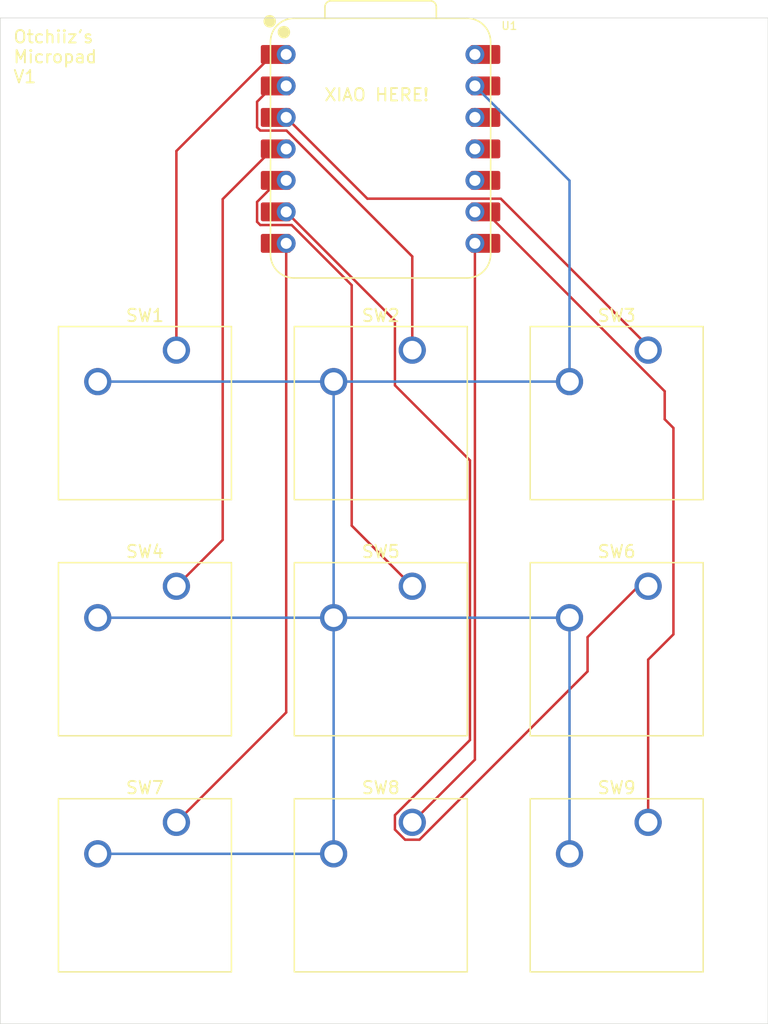
<source format=kicad_pcb>
(kicad_pcb (version 20241229) (generator "pcbnew") (generator_version "9.0")
  (layers (0 "F.Cu" signal) (2 "B.Cu" signal) (13 "F.Paste" user) (15 "B.Paste" user) (5 "F.SilkS" user "F.Silkscreen") (7 "B.SilkS" user "B.Silkscreen") (1 "F.Mask" user) (3 "B.Mask" user) (25 "Edge.Cuts" user))
  (net 0 "")
  (net 1 "Net-(U1-GPIO26{slash}ADC0{slash}A0)")
  (net 2 "Net-(U1-GPIO28{slash}ADC2{slash}A2)")
  (net 5 "GND")
  (net 7 "+5V")
  (net 8 "Net-(U1-GPIO27{slash}ADC1{slash}A1)")
  (net 9 "Net-(U1-GPIO29{slash}ADC3{slash}A3)")
  (net 10 "Net-(U1-GPIO6{slash}SDA)")
  (net 11 "Net-(U1-GPIO7{slash}SCL)")
  (net 12 "Net-(U1-GPIO0{slash}TX)")
  (net 13 "Net-(U1-GPIO1{slash}RX)")
  (net 14 "Net-(U1-GPIO2{slash}SCK)")
  (footprint "Button_Switch_Keyboard:SW_Cherry_MX_1.00u_PCB" (layer "F.Cu") (at 157.32125 80.645)
    (property "Reference" "SW3" (at -2.54 -2.794 0) (layer "F.SilkS"))
    (property "Value" "SW_Push")
    (fp_line (start -9.525 -1.905) (end 4.445 -1.905) (stroke (width 0.12)) (layer "F.SilkS"))
    (fp_line (start -9.525 12.065) (end -9.525 -1.905) (stroke (width 0.12)) (layer "F.SilkS"))
    (fp_line (start 4.445 -1.905) (end 4.445 12.065) (stroke (width 0.12)) (layer "F.SilkS"))
    (fp_line (start 4.445 12.065) (end -9.525 12.065) (stroke (width 0.12)) (layer "F.SilkS"))
    (pad "" np_thru_hole circle (at -7.62 5.08) (size 1.7 1.7) (drill 1.7) (layers "*.Cu" "*.Mask"))
    (pad "" np_thru_hole circle (at -2.54 5.08) (size 4 4) (drill 4) (layers "*.Cu" "*.Mask"))
    (pad "" np_thru_hole circle (at 2.54 5.08) (size 1.7 1.7) (drill 1.7) (layers "*.Cu" "*.Mask"))
    (pad "1" thru_hole circle (at 0 0) (size 2.2 2.2) (drill 1.5) (layers "*.Cu" "*.Mask") (net 2 "Net-(U1-GPIO28{slash}ADC2{slash}A2)"))
    (pad "2" thru_hole circle (at -6.35 2.54) (size 2.2 2.2) (drill 1.5) (layers "*.Cu" "*.Mask") (net 5 "GND"))
  )
  (footprint "Button_Switch_Keyboard:SW_Cherry_MX_1.00u_PCB" (layer "F.Cu") (at 119.22125 99.695)
    (property "Reference" "SW4" (at -2.54 -2.794 0) (layer "F.SilkS"))
    (property "Value" "SW_Push")
    (fp_line (start -9.525 -1.905) (end 4.445 -1.905) (stroke (width 0.12)) (layer "F.SilkS"))
    (fp_line (start -9.525 12.065) (end -9.525 -1.905) (stroke (width 0.12)) (layer "F.SilkS"))
    (fp_line (start 4.445 -1.905) (end 4.445 12.065) (stroke (width 0.12)) (layer "F.SilkS"))
    (fp_line (start 4.445 12.065) (end -9.525 12.065) (stroke (width 0.12)) (layer "F.SilkS"))
    (pad "" np_thru_hole circle (at -7.62 5.08) (size 1.7 1.7) (drill 1.7) (layers "*.Cu" "*.Mask"))
    (pad "" np_thru_hole circle (at -2.54 5.08) (size 4 4) (drill 4) (layers "*.Cu" "*.Mask"))
    (pad "" np_thru_hole circle (at 2.54 5.08) (size 1.7 1.7) (drill 1.7) (layers "*.Cu" "*.Mask"))
    (pad "1" thru_hole circle (at 0 0) (size 2.2 2.2) (drill 1.5) (layers "*.Cu" "*.Mask") (net 9 "Net-(U1-GPIO29{slash}ADC3{slash}A3)"))
    (pad "2" thru_hole circle (at -6.35 2.54) (size 2.2 2.2) (drill 1.5) (layers "*.Cu" "*.Mask") (net 5 "GND"))
  )
  (footprint "Button_Switch_Keyboard:SW_Cherry_MX_1.00u_PCB" (layer "F.Cu") (at 138.27125 118.745)
    (property "Reference" "SW8" (at -2.54 -2.794 0) (layer "F.SilkS"))
    (property "Value" "SW_Push")
    (fp_line (start -9.525 -1.905) (end 4.445 -1.905) (stroke (width 0.12)) (layer "F.SilkS"))
    (fp_line (start -9.525 12.065) (end -9.525 -1.905) (stroke (width 0.12)) (layer "F.SilkS"))
    (fp_line (start 4.445 -1.905) (end 4.445 12.065) (stroke (width 0.12)) (layer "F.SilkS"))
    (fp_line (start 4.445 12.065) (end -9.525 12.065) (stroke (width 0.12)) (layer "F.SilkS"))
    (pad "" np_thru_hole circle (at -7.62 5.08) (size 1.7 1.7) (drill 1.7) (layers "*.Cu" "*.Mask"))
    (pad "" np_thru_hole circle (at -2.54 5.08) (size 4 4) (drill 4) (layers "*.Cu" "*.Mask"))
    (pad "" np_thru_hole circle (at 2.54 5.08) (size 1.7 1.7) (drill 1.7) (layers "*.Cu" "*.Mask"))
    (pad "1" thru_hole circle (at 0 0) (size 2.2 2.2) (drill 1.5) (layers "*.Cu" "*.Mask") (net 13 "Net-(U1-GPIO1{slash}RX)"))
    (pad "2" thru_hole circle (at -6.35 2.54) (size 2.2 2.2) (drill 1.5) (layers "*.Cu" "*.Mask") (net 5 "GND"))
  )
  (footprint "Button_Switch_Keyboard:SW_Cherry_MX_1.00u_PCB" (layer "F.Cu") (at 119.22125 118.745)
    (property "Reference" "SW7" (at -2.54 -2.794 0) (layer "F.SilkS"))
    (property "Value" "SW_Push")
    (fp_line (start -9.525 -1.905) (end 4.445 -1.905) (stroke (width 0.12)) (layer "F.SilkS"))
    (fp_line (start -9.525 12.065) (end -9.525 -1.905) (stroke (width 0.12)) (layer "F.SilkS"))
    (fp_line (start 4.445 -1.905) (end 4.445 12.065) (stroke (width 0.12)) (layer "F.SilkS"))
    (fp_line (start 4.445 12.065) (end -9.525 12.065) (stroke (width 0.12)) (layer "F.SilkS"))
    (pad "" np_thru_hole circle (at -7.62 5.08) (size 1.7 1.7) (drill 1.7) (layers "*.Cu" "*.Mask"))
    (pad "" np_thru_hole circle (at -2.54 5.08) (size 4 4) (drill 4) (layers "*.Cu" "*.Mask"))
    (pad "" np_thru_hole circle (at 2.54 5.08) (size 1.7 1.7) (drill 1.7) (layers "*.Cu" "*.Mask"))
    (pad "1" thru_hole circle (at 0 0) (size 2.2 2.2) (drill 1.5) (layers "*.Cu" "*.Mask") (net 12 "Net-(U1-GPIO0{slash}TX)"))
    (pad "2" thru_hole circle (at -6.35 2.54) (size 2.2 2.2) (drill 1.5) (layers "*.Cu" "*.Mask") (net 5 "GND"))
  )
  (footprint "Button_Switch_Keyboard:SW_Cherry_MX_1.00u_PCB" (layer "F.Cu") (at 157.32125 118.745)
    (property "Reference" "SW9" (at -2.54 -2.794 0) (layer "F.SilkS"))
    (property "Value" "SW_Push")
    (fp_line (start -9.525 -1.905) (end 4.445 -1.905) (stroke (width 0.12)) (layer "F.SilkS"))
    (fp_line (start -9.525 12.065) (end -9.525 -1.905) (stroke (width 0.12)) (layer "F.SilkS"))
    (fp_line (start 4.445 -1.905) (end 4.445 12.065) (stroke (width 0.12)) (layer "F.SilkS"))
    (fp_line (start 4.445 12.065) (end -9.525 12.065) (stroke (width 0.12)) (layer "F.SilkS"))
    (pad "" np_thru_hole circle (at -7.62 5.08) (size 1.7 1.7) (drill 1.7) (layers "*.Cu" "*.Mask"))
    (pad "" np_thru_hole circle (at -2.54 5.08) (size 4 4) (drill 4) (layers "*.Cu" "*.Mask"))
    (pad "" np_thru_hole circle (at 2.54 5.08) (size 1.7 1.7) (drill 1.7) (layers "*.Cu" "*.Mask"))
    (pad "1" thru_hole circle (at 0 0) (size 2.2 2.2) (drill 1.5) (layers "*.Cu" "*.Mask") (net 14 "Net-(U1-GPIO2{slash}SCK)"))
    (pad "2" thru_hole circle (at -6.35 2.54) (size 2.2 2.2) (drill 1.5) (layers "*.Cu" "*.Mask") (net 5 "GND"))
  )
  (footprint "Button_Switch_Keyboard:SW_Cherry_MX_1.00u_PCB" (layer "F.Cu") (at 138.27125 99.695)
    (property "Reference" "SW5" (at -2.54 -2.794 0) (layer "F.SilkS"))
    (property "Value" "SW_Push")
    (fp_line (start -9.525 -1.905) (end 4.445 -1.905) (stroke (width 0.12)) (layer "F.SilkS"))
    (fp_line (start -9.525 12.065) (end -9.525 -1.905) (stroke (width 0.12)) (layer "F.SilkS"))
    (fp_line (start 4.445 -1.905) (end 4.445 12.065) (stroke (width 0.12)) (layer "F.SilkS"))
    (fp_line (start 4.445 12.065) (end -9.525 12.065) (stroke (width 0.12)) (layer "F.SilkS"))
    (pad "" np_thru_hole circle (at -7.62 5.08) (size 1.7 1.7) (drill 1.7) (layers "*.Cu" "*.Mask"))
    (pad "" np_thru_hole circle (at -2.54 5.08) (size 4 4) (drill 4) (layers "*.Cu" "*.Mask"))
    (pad "" np_thru_hole circle (at 2.54 5.08) (size 1.7 1.7) (drill 1.7) (layers "*.Cu" "*.Mask"))
    (pad "1" thru_hole circle (at 0 0) (size 2.2 2.2) (drill 1.5) (layers "*.Cu" "*.Mask") (net 10 "Net-(U1-GPIO6{slash}SDA)"))
    (pad "2" thru_hole circle (at -6.35 2.54) (size 2.2 2.2) (drill 1.5) (layers "*.Cu" "*.Mask") (net 5 "GND"))
  )
  (footprint "Button_Switch_Keyboard:SW_Cherry_MX_1.00u_PCB" (layer "F.Cu") (at 157.32125 99.695)
    (property "Reference" "SW6" (at -2.54 -2.794 0) (layer "F.SilkS"))
    (property "Value" "SW_Push")
    (fp_line (start -9.525 -1.905) (end 4.445 -1.905) (stroke (width 0.12)) (layer "F.SilkS"))
    (fp_line (start -9.525 12.065) (end -9.525 -1.905) (stroke (width 0.12)) (layer "F.SilkS"))
    (fp_line (start 4.445 -1.905) (end 4.445 12.065) (stroke (width 0.12)) (layer "F.SilkS"))
    (fp_line (start 4.445 12.065) (end -9.525 12.065) (stroke (width 0.12)) (layer "F.SilkS"))
    (pad "" np_thru_hole circle (at -7.62 5.08) (size 1.7 1.7) (drill 1.7) (layers "*.Cu" "*.Mask"))
    (pad "" np_thru_hole circle (at -2.54 5.08) (size 4 4) (drill 4) (layers "*.Cu" "*.Mask"))
    (pad "" np_thru_hole circle (at 2.54 5.08) (size 1.7 1.7) (drill 1.7) (layers "*.Cu" "*.Mask"))
    (pad "1" thru_hole circle (at 0 0) (size 2.2 2.2) (drill 1.5) (layers "*.Cu" "*.Mask") (net 11 "Net-(U1-GPIO7{slash}SCL)"))
    (pad "2" thru_hole circle (at -6.35 2.54) (size 2.2 2.2) (drill 1.5) (layers "*.Cu" "*.Mask") (net 5 "GND"))
  )
  (footprint "OPL:XIAO-RP2040-DIP" (layer "F.Cu") (at 135.71 64.4085)
    (property "Reference" "U1" (at 10.4 -9.9285 0) (layer "F.SilkS") (effects (font (size 0.635 0.635) (thickness 0.1016))))
    (property "Value" "XIAO-RP2040-DIP")
    (fp_line (start -8.89 8.509) (end -8.89 -8.636) (stroke (width 0.127)) (layer "F.SilkS"))
    (fp_line (start -6.985 10.414) (end 6.985 10.414) (stroke (width 0.127)) (layer "F.SilkS"))
    (fp_line (start -4.495 -10.541) (end -4.491272 -11.451272) (stroke (width 0.127)) (layer "F.SilkS"))
    (fp_line (start -3.991272 -11.951) (end 4.004 -11.951) (stroke (width 0.127)) (layer "F.SilkS"))
    (fp_line (start 4.504 -11.451) (end 4.504 -10.541) (stroke (width 0.127)) (layer "F.SilkS"))
    (fp_line (start 6.985 -10.541) (end -6.985 -10.541) (stroke (width 0.1)) (layer "F.SilkS"))
    (fp_line (start 6.985 -10.541) (end -6.985 -10.541) (stroke (width 0.127)) (layer "F.SilkS"))
    (fp_line (start 8.89 8.509) (end 8.89 -8.636) (stroke (width 0.127)) (layer "F.SilkS"))
    (fp_arc (start -8.89 -8.636) (mid -8.332038 -9.983038) (end -6.985 -10.541) (stroke (width 0.127)) (layer "F.SilkS"))
    (fp_arc (start -6.985 10.414) (mid -8.332038 9.856038) (end -8.89 8.509) (stroke (width 0.127)) (layer "F.SilkS"))
    (fp_arc (start -4.491272 -11.451272) (mid -4.344728 -11.80464) (end -3.991272 -11.951) (stroke (width 0.127)) (layer "F.SilkS"))
    (fp_arc (start 4.004 -11.951) (mid 4.357553 -11.804553) (end 4.504 -11.451) (stroke (width 0.127)) (layer "F.SilkS"))
    (fp_arc (start 6.985 -10.541) (mid 8.332038 -9.983038) (end 8.89 -8.636) (stroke (width 0.127)) (layer "F.SilkS"))
    (fp_arc (start 8.89 8.509) (mid 8.332038 9.856038) (end 6.985 10.414) (stroke (width 0.127)) (layer "F.SilkS"))
    (fp_circle (center -8.95 -10.3) (end -8.95 -10.554) (stroke (width 0.5)) (fill yes) (layer "F.SilkS"))
    (fp_circle (center -7.807 -9.42) (end -7.807 -9.674) (stroke (width 0.5)) (fill yes) (layer "F.SilkS"))
    (pad "1" smd roundrect (at -8.455 -7.62 180) (size 2.432 1.524) (layers "F.Cu" "F.Mask") (roundrect_rratio 0.1) (net 1 "Net-(U1-GPIO26{slash}ADC0{slash}A0)"))
    (pad "1" thru_hole circle (at -7.62 -7.62 180) (size 1.524 1.524) (drill 0.889) (layers "*.Cu" "*.Mask") (net 1 "Net-(U1-GPIO26{slash}ADC0{slash}A0)"))
    (pad "2" smd roundrect (at -8.455 -5.08 180) (size 2.432 1.524) (layers "F.Cu" "F.Mask") (roundrect_rratio 0.1) (net 8 "Net-(U1-GPIO27{slash}ADC1{slash}A1)"))
    (pad "2" thru_hole circle (at -7.62 -5.08 180) (size 1.524 1.524) (drill 0.889) (layers "*.Cu" "*.Mask") (net 8 "Net-(U1-GPIO27{slash}ADC1{slash}A1)"))
    (pad "3" smd roundrect (at -8.455 -2.54 180) (size 2.432 1.524) (layers "F.Cu" "F.Mask") (roundrect_rratio 0.1) (net 2 "Net-(U1-GPIO28{slash}ADC2{slash}A2)"))
    (pad "3" thru_hole circle (at -7.62 -2.54 180) (size 1.524 1.524) (drill 0.889) (layers "*.Cu" "*.Mask") (net 2 "Net-(U1-GPIO28{slash}ADC2{slash}A2)"))
    (pad "4" smd roundrect (at -8.455 0 180) (size 2.432 1.524) (layers "F.Cu" "F.Mask") (roundrect_rratio 0.1) (net 9 "Net-(U1-GPIO29{slash}ADC3{slash}A3)"))
    (pad "4" thru_hole circle (at -7.62 0 180) (size 1.524 1.524) (drill 0.889) (layers "*.Cu" "*.Mask") (net 9 "Net-(U1-GPIO29{slash}ADC3{slash}A3)"))
    (pad "5" smd roundrect (at -8.455 2.54 180) (size 2.432 1.524) (layers "F.Cu" "F.Mask") (roundrect_rratio 0.1) (net 10 "Net-(U1-GPIO6{slash}SDA)"))
    (pad "5" thru_hole circle (at -7.62 2.54 180) (size 1.524 1.524) (drill 0.889) (layers "*.Cu" "*.Mask") (net 10 "Net-(U1-GPIO6{slash}SDA)"))
    (pad "6" smd roundrect (at -8.455 5.08 180) (size 2.432 1.524) (layers "F.Cu" "F.Mask") (roundrect_rratio 0.1) (net 11 "Net-(U1-GPIO7{slash}SCL)"))
    (pad "6" thru_hole circle (at -7.62 5.08 180) (size 1.524 1.524) (drill 0.889) (layers "*.Cu" "*.Mask") (net 11 "Net-(U1-GPIO7{slash}SCL)"))
    (pad "7" smd roundrect (at -8.455 7.62 180) (size 2.432 1.524) (layers "F.Cu" "F.Mask") (roundrect_rratio 0.1) (net 12 "Net-(U1-GPIO0{slash}TX)"))
    (pad "7" thru_hole circle (at -7.62 7.62 180) (size 1.524 1.524) (drill 0.889) (layers "*.Cu" "*.Mask") (net 12 "Net-(U1-GPIO0{slash}TX)"))
    (pad "8" thru_hole circle (at 7.62 7.62) (size 1.524 1.524) (drill 0.889) (layers "*.Cu" "*.Mask") (net 13 "Net-(U1-GPIO1{slash}RX)"))
    (pad "8" smd roundrect (at 8.455 7.62) (size 2.432 1.524) (layers "F.Cu" "F.Mask") (roundrect_rratio 0.1) (net 13 "Net-(U1-GPIO1{slash}RX)"))
    (pad "9" thru_hole circle (at 7.62 5.08) (size 1.524 1.524) (drill 0.889) (layers "*.Cu" "*.Mask") (net 14 "Net-(U1-GPIO2{slash}SCK)"))
    (pad "9" smd roundrect (at 8.455 5.08) (size 2.432 1.524) (layers "F.Cu" "F.Mask") (roundrect_rratio 0.1) (net 14 "Net-(U1-GPIO2{slash}SCK)"))
    (pad "10" thru_hole circle (at 7.62 2.54) (size 1.524 1.524) (drill 0.889) (layers "*.Cu" "*.Mask"))
    (pad "10" smd roundrect (at 8.455 2.54) (size 2.432 1.524) (layers "F.Cu" "F.Mask") (roundrect_rratio 0.1))
    (pad "11" thru_hole circle (at 7.62 0) (size 1.524 1.524) (drill 0.889) (layers "*.Cu" "*.Mask"))
    (pad "11" smd roundrect (at 8.455 0) (size 2.432 1.524) (layers "F.Cu" "F.Mask") (roundrect_rratio 0.1))
    (pad "12" thru_hole circle (at 7.62 -2.54) (size 1.524 1.524) (drill 0.889) (layers "*.Cu" "*.Mask"))
    (pad "12" smd roundrect (at 8.455 -2.54) (size 2.432 1.524) (layers "F.Cu" "F.Mask") (roundrect_rratio 0.1))
    (pad "13" thru_hole circle (at 7.62 -5.08) (size 1.524 1.524) (drill 0.889) (layers "*.Cu" "*.Mask") (net 5 "GND"))
    (pad "13" smd roundrect (at 8.455 -5.08) (size 2.432 1.524) (layers "F.Cu" "F.Mask") (roundrect_rratio 0.1) (net 5 "GND"))
    (pad "14" thru_hole circle (at 7.62 -7.62) (size 1.524 1.524) (drill 0.889) (layers "*.Cu" "*.Mask") (net 7 "+5V"))
    (pad "14" smd roundrect (at 8.455 -7.62) (size 2.432 1.524) (layers "F.Cu" "F.Mask") (roundrect_rratio 0.1) (net 7 "+5V"))
  )
  (footprint "Button_Switch_Keyboard:SW_Cherry_MX_1.00u_PCB" (layer "F.Cu") (at 138.27125 80.645)
    (property "Reference" "SW2" (at -2.54 -2.794 0) (layer "F.SilkS"))
    (property "Value" "SW_Push")
    (fp_line (start -9.525 -1.905) (end 4.445 -1.905) (stroke (width 0.12)) (layer "F.SilkS"))
    (fp_line (start -9.525 12.065) (end -9.525 -1.905) (stroke (width 0.12)) (layer "F.SilkS"))
    (fp_line (start 4.445 -1.905) (end 4.445 12.065) (stroke (width 0.12)) (layer "F.SilkS"))
    (fp_line (start 4.445 12.065) (end -9.525 12.065) (stroke (width 0.12)) (layer "F.SilkS"))
    (pad "" np_thru_hole circle (at -7.62 5.08) (size 1.7 1.7) (drill 1.7) (layers "*.Cu" "*.Mask"))
    (pad "" np_thru_hole circle (at -2.54 5.08) (size 4 4) (drill 4) (layers "*.Cu" "*.Mask"))
    (pad "" np_thru_hole circle (at 2.54 5.08) (size 1.7 1.7) (drill 1.7) (layers "*.Cu" "*.Mask"))
    (pad "1" thru_hole circle (at 0 0) (size 2.2 2.2) (drill 1.5) (layers "*.Cu" "*.Mask") (net 8 "Net-(U1-GPIO27{slash}ADC1{slash}A1)"))
    (pad "2" thru_hole circle (at -6.35 2.54) (size 2.2 2.2) (drill 1.5) (layers "*.Cu" "*.Mask") (net 5 "GND"))
  )
  (footprint "Button_Switch_Keyboard:SW_Cherry_MX_1.00u_PCB" (layer "F.Cu") (at 119.22125 80.645)
    (property "Reference" "SW1" (at -2.54 -2.794 0) (layer "F.SilkS"))
    (property "Value" "SW_Push")
    (fp_line (start -9.525 -1.905) (end 4.445 -1.905) (stroke (width 0.12)) (layer "F.SilkS"))
    (fp_line (start -9.525 12.065) (end -9.525 -1.905) (stroke (width 0.12)) (layer "F.SilkS"))
    (fp_line (start 4.445 -1.905) (end 4.445 12.065) (stroke (width 0.12)) (layer "F.SilkS"))
    (fp_line (start 4.445 12.065) (end -9.525 12.065) (stroke (width 0.12)) (layer "F.SilkS"))
    (pad "" np_thru_hole circle (at -7.62 5.08) (size 1.7 1.7) (drill 1.7) (layers "*.Cu" "*.Mask"))
    (pad "" np_thru_hole circle (at -2.54 5.08) (size 4 4) (drill 4) (layers "*.Cu" "*.Mask"))
    (pad "" np_thru_hole circle (at 2.54 5.08) (size 1.7 1.7) (drill 1.7) (layers "*.Cu" "*.Mask"))
    (pad "1" thru_hole circle (at 0 0) (size 2.2 2.2) (drill 1.5) (layers "*.Cu" "*.Mask") (net 1 "Net-(U1-GPIO26{slash}ADC0{slash}A0)"))
    (pad "2" thru_hole circle (at -6.35 2.54) (size 2.2 2.2) (drill 1.5) (layers "*.Cu" "*.Mask") (net 5 "GND"))
  )
  (gr_rect (start 105 53.84) (end 167 135) (stroke (width 0.05)) (fill no) (layer "Edge.Cuts"))
  (gr_text "Otchiiz's\nMicropad\nV1" (at 105.98 59.17 0) (layer "F.SilkS") (effects (font (size 1 1)) (justify left bottom)))
  (gr_text "XIAO HERE!" (at 131.09 60.63 0) (layer "F.SilkS") (effects (font (size 1 1)) (justify left bottom)))
  (segment (start 127.01237 56.7885) (end 119.22125 64.57962) (width 0.2) (layer "F.Cu") (net 1))
  (segment (start 119.22125 64.57962) (end 119.22125 80.645) (width 0.2) (layer "F.Cu") (net 1))
  (segment (start 128.09 56.7885) (end 127.01237 56.7885) (width 0.2) (layer "F.Cu") (net 1))
  (segment (start 145.420626 68.4255) (end 157.32125 80.326124) (width 0.2) (layer "F.Cu") (net 2))
  (segment (start 134.647 68.4255) (end 145.420626 68.4255) (width 0.2) (layer "F.Cu") (net 2))
  (segment (start 128.09 61.8685) (end 134.647 68.4255) (width 0.2) (layer "F.Cu") (net 2))
  (segment (start 157.32125 80.326124) (end 157.32125 80.645) (width 0.2) (layer "F.Cu") (net 2))
  (segment (start 131.92125 102.235) (end 150.97125 102.235) (width 0.2) (layer "B.Cu") (net 5))
  (segment (start 150.97125 121.285) (end 150.97125 102.235) (width 0.2) (layer "B.Cu") (net 5))
  (segment (start 150.97125 66.96975) (end 143.33 59.3285) (width 0.2) (layer "B.Cu") (net 5))
  (segment (start 131.92125 102.235) (end 131.92125 83.185) (width 0.2) (layer "B.Cu") (net 5))
  (segment (start 150.97125 83.185) (end 150.97125 66.96975) (width 0.2) (layer "B.Cu") (net 5))
  (segment (start 131.92125 121.285) (end 131.92125 102.235) (width 0.2) (layer "B.Cu") (net 5))
  (segment (start 112.87125 83.185) (end 131.92125 83.185) (width 0.2) (layer "B.Cu") (net 5))
  (segment (start 112.87125 102.235) (end 131.92125 102.235) (width 0.2) (layer "B.Cu") (net 5))
  (segment (start 131.92125 83.185) (end 150.97125 83.185) (width 0.2) (layer "B.Cu") (net 5))
  (segment (start 112.87125 121.285) (end 131.92125 121.285) (width 0.2) (layer "B.Cu") (net 5))
  (segment (start 138.27125 73.08644) (end 138.27125 80.645) (width 0.2) (layer "F.Cu") (net 8))
  (segment (start 128.11631 62.9315) (end 138.27125 73.08644) (width 0.2) (layer "F.Cu") (net 8))
  (segment (start 128.09 59.3285) (end 127.01237 59.3285) (width 0.2) (layer "F.Cu") (net 8))
  (segment (start 128.11125 59.21375) (end 127.27625 59.21375) (width 0.2) (layer "F.Cu") (net 8))
  (segment (start 127.01237 59.3285) (end 125.738 60.60287) (width 0.2) (layer "F.Cu") (net 8))
  (segment (start 125.738 62.670126) (end 125.999374 62.9315) (width 0.2) (layer "F.Cu") (net 8))
  (segment (start 125.738 60.60287) (end 125.738 62.670126) (width 0.2) (layer "F.Cu") (net 8))
  (segment (start 125.999374 62.9315) (end 128.11631 62.9315) (width 0.2) (layer "F.Cu") (net 8))
  (segment (start 127.01237 64.4085) (end 122.96225 68.45862) (width 0.2) (layer "F.Cu") (net 9))
  (segment (start 122.96225 95.954) (end 119.22125 99.695) (width 0.2) (layer "F.Cu") (net 9))
  (segment (start 128.09 64.4085) (end 127.01237 64.4085) (width 0.2) (layer "F.Cu") (net 9))
  (segment (start 122.96225 68.45862) (end 122.96225 95.954) (width 0.2) (layer "F.Cu") (net 9))
  (segment (start 125.999374 70.5515) (end 128.53031 70.5515) (width 0.2) (layer "F.Cu") (net 10))
  (segment (start 128.53031 70.5515) (end 133.38025 75.40144) (width 0.2) (layer "F.Cu") (net 10))
  (segment (start 133.38025 94.804) (end 138.27125 99.695) (width 0.2) (layer "F.Cu") (net 10))
  (segment (start 127.476374 66.9485) (end 125.738 68.686874) (width 0.2) (layer "F.Cu") (net 10))
  (segment (start 128.09 66.9485) (end 127.476374 66.9485) (width 0.2) (layer "F.Cu") (net 10))
  (segment (start 133.38025 75.40144) (end 133.38025 94.804) (width 0.2) (layer "F.Cu") (net 10))
  (segment (start 125.738 68.686874) (end 125.738 70.290126) (width 0.2) (layer "F.Cu") (net 10))
  (segment (start 125.738 70.290126) (end 125.999374 70.5515) (width 0.2) (layer "F.Cu") (net 10))
  (segment (start 152.43025 103.801184) (end 156.536434 99.695) (width 0.2) (layer "F.Cu") (net 11))
  (segment (start 128.09 69.4885) (end 136.87025 78.26875) (width 0.2) (layer "F.Cu") (net 11))
  (segment (start 156.536434 99.695) (end 157.32125 99.695) (width 0.2) (layer "F.Cu") (net 11))
  (segment (start 152.43025 106.567314) (end 152.43025 103.801184) (width 0.2) (layer "F.Cu") (net 11))
  (segment (start 137.690936 120.146) (end 138.851564 120.146) (width 0.2) (layer "F.Cu") (net 11))
  (segment (start 136.87025 118.164686) (end 136.87025 119.325314) (width 0.2) (layer "F.Cu") (net 11))
  (segment (start 142.929 89.54122) (end 142.929 112.105936) (width 0.2) (layer "F.Cu") (net 11))
  (segment (start 136.87025 78.26875) (end 136.87025 83.48247) (width 0.2) (layer "F.Cu") (net 11))
  (segment (start 136.87025 119.325314) (end 137.690936 120.146) (width 0.2) (layer "F.Cu") (net 11))
  (segment (start 142.929 112.105936) (end 136.87025 118.164686) (width 0.2) (layer "F.Cu") (net 11))
  (segment (start 138.851564 120.146) (end 152.43025 106.567314) (width 0.2) (layer "F.Cu") (net 11))
  (segment (start 136.87025 83.48247) (end 142.929 89.54122) (width 0.2) (layer "F.Cu") (net 11))
  (segment (start 128.09 72.0285) (end 128.09 109.87625) (width 0.2) (layer "F.Cu") (net 12))
  (segment (start 128.11125 71.91375) (end 127.27625 71.91375) (width 0.2) (layer "F.Cu") (net 12))
  (segment (start 128.09 109.87625) (end 119.22125 118.745) (width 0.2) (layer "F.Cu") (net 12))
  (segment (start 143.33 113.68625) (end 138.27125 118.745) (width 0.2) (layer "F.Cu") (net 13))
  (segment (start 143.33 72.0285) (end 143.33 113.68625) (width 0.2) (layer "F.Cu") (net 13))
  (segment (start 159.36378 103.574) (end 157.32125 105.61653) (width 0.2) (layer "F.Cu") (net 14))
  (segment (start 158.66025 83.965314) (end 158.66025 86.22247) (width 0.2) (layer "F.Cu") (net 14))
  (segment (start 143.33 69.4885) (end 144.183436 69.4885) (width 0.2) (layer "F.Cu") (net 14))
  (segment (start 157.32125 105.61653) (end 157.32125 118.745) (width 0.2) (layer "F.Cu") (net 14))
  (segment (start 144.183436 69.4885) (end 158.66025 83.965314) (width 0.2) (layer "F.Cu") (net 14))
  (segment (start 158.66025 86.22247) (end 159.36378 86.926) (width 0.2) (layer "F.Cu") (net 14))
  (segment (start 159.36378 86.926) (end 159.36378 103.574) (width 0.2) (layer "F.Cu") (net 14))
)
</source>
